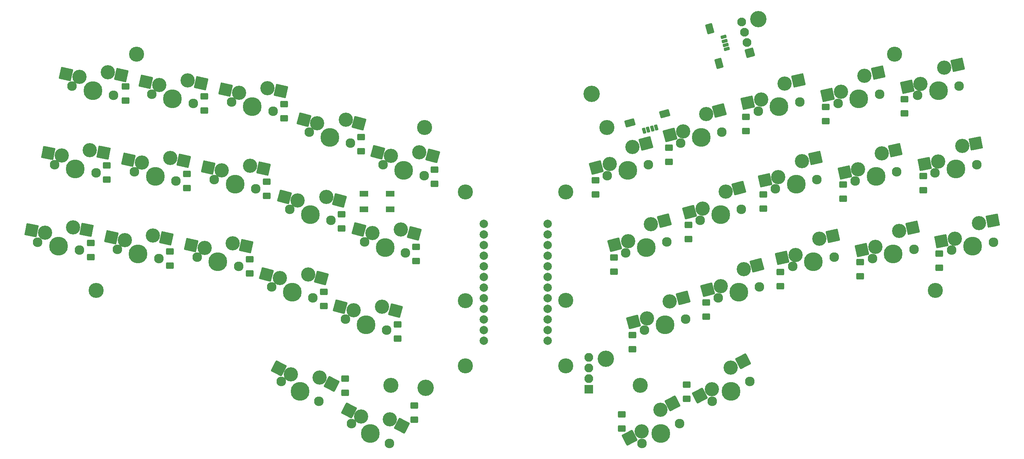
<source format=gbr>
G04 #@! TF.GenerationSoftware,KiCad,Pcbnew,8.0.2-1*
G04 #@! TF.CreationDate,2024-09-10T00:57:15+08:00*
G04 #@! TF.ProjectId,34_monosplit,33345f6d-6f6e-46f7-9370-6c69742e6b69,rev?*
G04 #@! TF.SameCoordinates,Original*
G04 #@! TF.FileFunction,Soldermask,Bot*
G04 #@! TF.FilePolarity,Negative*
%FSLAX46Y46*%
G04 Gerber Fmt 4.6, Leading zero omitted, Abs format (unit mm)*
G04 Created by KiCad (PCBNEW 8.0.2-1) date 2024-09-10 00:57:15*
%MOMM*%
%LPD*%
G01*
G04 APERTURE LIST*
G04 Aperture macros list*
%AMRoundRect*
0 Rectangle with rounded corners*
0 $1 Rounding radius*
0 $2 $3 $4 $5 $6 $7 $8 $9 X,Y pos of 4 corners*
0 Add a 4 corners polygon primitive as box body*
4,1,4,$2,$3,$4,$5,$6,$7,$8,$9,$2,$3,0*
0 Add four circle primitives for the rounded corners*
1,1,$1+$1,$2,$3*
1,1,$1+$1,$4,$5*
1,1,$1+$1,$6,$7*
1,1,$1+$1,$8,$9*
0 Add four rect primitives between the rounded corners*
20,1,$1+$1,$2,$3,$4,$5,0*
20,1,$1+$1,$4,$5,$6,$7,0*
20,1,$1+$1,$6,$7,$8,$9,0*
20,1,$1+$1,$8,$9,$2,$3,0*%
%AMHorizOval*
0 Thick line with rounded ends*
0 $1 width*
0 $2 $3 position (X,Y) of the first rounded end (center of the circle)*
0 $4 $5 position (X,Y) of the second rounded end (center of the circle)*
0 Add line between two ends*
20,1,$1,$2,$3,$4,$5,0*
0 Add two circle primitives to create the rounded ends*
1,1,$1,$2,$3*
1,1,$1,$4,$5*%
G04 Aperture macros list end*
%ADD10C,2.300000*%
%ADD11C,3.400000*%
%ADD12C,4.500000*%
%ADD13RoundRect,0.200000X1.708125X0.520034X-0.553753X1.697493X-1.708125X-0.520034X0.553753X-1.697493X0*%
%ADD14C,3.900000*%
%ADD15RoundRect,0.200000X1.013063X1.470315X-1.490086X0.983753X-1.013063X-1.470315X1.490086X-0.983753X0*%
%ADD16RoundRect,0.200000X0.908032X1.537402X-1.555079X0.877413X-0.908032X-1.537402X1.555079X-0.877413X0*%
%ADD17RoundRect,0.200000X0.850000X0.850000X-0.850000X0.850000X-0.850000X-0.850000X0.850000X-0.850000X0*%
%ADD18O,2.100000X2.100000*%
%ADD19RoundRect,0.200000X1.555079X0.877413X-0.908032X1.537402X-1.555079X-0.877413X0.908032X-1.537402X0*%
%ADD20RoundRect,0.200000X1.515327X0.944410X-0.974228X1.496331X-1.515327X-0.944410X0.974228X-1.496331X0*%
%ADD21C,3.600000*%
%ADD22RoundRect,0.200000X0.601041X1.041033X-1.041033X0.601041X-0.601041X-1.041033X1.041033X-0.601041X0*%
%ADD23HorizOval,2.100000X0.000000X0.000000X0.000000X0.000000X0*%
%ADD24RoundRect,0.200000X0.974228X1.496331X-1.515327X0.944410X-0.974228X-1.496331X1.515327X-0.944410X0*%
%ADD25RoundRect,0.200000X0.553753X1.697493X-1.708125X0.520034X-0.553753X-1.697493X1.708125X-0.520034X0*%
%ADD26RoundRect,0.200000X1.490086X0.983753X-1.013063X1.470315X-1.490086X-0.983753X1.013063X-1.470315X0*%
%ADD27RoundRect,0.200000X-0.700000X0.600000X-0.700000X-0.600000X0.700000X-0.600000X0.700000X0.600000X0*%
%ADD28C,2.000000*%
%ADD29RoundRect,0.200000X-0.063776X-0.534727X0.322595X-0.431199X0.063776X0.534727X-0.322595X0.431199X0*%
%ADD30RoundRect,0.200000X-0.797693X-0.886671X1.134158X-0.369033X0.797693X0.886671X-1.134158X0.369033X0*%
%ADD31RoundRect,0.200000X0.534727X-0.063776X0.431199X0.322595X-0.534727X0.063776X-0.431199X-0.322595X0*%
%ADD32RoundRect,0.200000X0.886671X-0.797693X0.369033X1.134158X-0.886671X0.797693X-0.369033X-1.134158X0*%
%ADD33RoundRect,0.200000X0.700000X-0.600000X0.700000X0.600000X-0.700000X0.600000X-0.700000X-0.600000X0*%
%ADD34RoundRect,0.200000X0.850000X0.500000X-0.850000X0.500000X-0.850000X-0.500000X0.850000X-0.500000X0*%
G04 APERTURE END LIST*
D10*
X110840790Y-119575098D03*
D11*
X113140138Y-117908511D03*
D12*
X115346806Y-121920781D03*
D11*
X119945496Y-118587608D03*
D10*
X119852822Y-124266464D03*
D13*
X110235176Y-116396284D03*
X122874407Y-120112302D03*
D14*
X168177024Y-40737246D03*
D10*
X250105500Y-59652282D03*
D11*
X250867513Y-56916622D03*
D12*
X255092167Y-58682972D03*
D11*
X256616192Y-53211651D03*
D10*
X260078834Y-57713662D03*
D15*
X247652682Y-57541521D03*
X259857524Y-52581599D03*
D10*
X198386206Y-89487894D03*
D11*
X198955533Y-86705742D03*
D12*
X203293110Y-88173093D03*
D11*
X204431762Y-82608789D03*
D10*
X208200014Y-86858292D03*
D16*
X195792123Y-87553374D03*
X207621248Y-81754168D03*
D10*
X171852983Y-60301221D03*
D11*
X172422310Y-57519069D03*
D12*
X176759887Y-58986420D03*
D11*
X177898539Y-53422116D03*
D10*
X181666791Y-57671619D03*
D16*
X169258900Y-58366701D03*
X181088025Y-52567495D03*
D17*
X167499477Y-111349000D03*
D18*
X167499476Y-108808999D03*
X167499478Y-106269000D03*
X167499477Y-103729000D03*
D10*
X113921495Y-76141882D03*
D11*
X115805623Y-74017131D03*
D12*
X118828399Y-77456683D03*
D11*
X122596655Y-73207180D03*
D10*
X123735303Y-78771484D03*
D19*
X112642213Y-73169497D03*
X125786139Y-74061800D03*
D10*
X78065265Y-61226308D03*
D11*
X79854918Y-59021393D03*
D12*
X83024850Y-62325820D03*
D11*
X86604160Y-57915991D03*
D10*
X87984435Y-63425332D03*
D20*
X76657549Y-58312551D03*
X89827886Y-58630676D03*
D21*
X138000124Y-90162334D03*
X128250066Y-48815518D03*
D10*
X109419831Y-94597967D03*
D11*
X111303959Y-92473216D03*
D12*
X114326735Y-95912768D03*
D11*
X118094991Y-91663265D03*
D10*
X119233639Y-97227569D03*
D19*
X108140549Y-91625582D03*
X121284475Y-92517885D03*
D21*
X120249066Y-110410518D03*
D22*
X205925334Y-30933199D03*
D23*
X205267932Y-28479747D03*
X204610534Y-26026296D03*
X203953133Y-23572844D03*
D10*
X189428678Y-52485419D03*
D11*
X189998005Y-49703267D03*
D12*
X194335582Y-51170618D03*
D11*
X195474234Y-45606314D03*
D10*
X199242486Y-49855817D03*
D16*
X186834595Y-50550899D03*
X198663720Y-44751693D03*
D10*
X91799986Y-86858292D03*
D11*
X93684114Y-84733541D03*
D12*
X96706890Y-88173093D03*
D11*
X100475146Y-83923590D03*
D10*
X101613794Y-89487894D03*
D19*
X90520704Y-83885907D03*
X103664630Y-84778210D03*
D10*
X226950235Y-43009748D03*
D11*
X227640375Y-40255079D03*
D12*
X231909820Y-41910236D03*
D11*
X233290102Y-36400892D03*
D10*
X236869405Y-40810724D03*
D24*
X224443005Y-40963917D03*
X236513829Y-35686211D03*
D10*
X180147178Y-124266464D03*
D11*
X180100842Y-121427035D03*
D12*
X184653194Y-121920781D03*
D11*
X184560519Y-116241925D03*
D10*
X189159210Y-119575098D03*
D25*
X177195880Y-122939262D03*
X187489429Y-114717230D03*
D10*
X212015565Y-63425332D03*
D11*
X212705705Y-60670663D03*
D12*
X216975150Y-62325820D03*
D11*
X218355432Y-56816476D03*
D10*
X221934735Y-61226308D03*
D24*
X209508335Y-61379501D03*
X221579159Y-56101795D03*
D10*
X180766361Y-97227569D03*
D11*
X181335688Y-94445417D03*
D12*
X185673265Y-95912768D03*
D11*
X186811917Y-90348464D03*
D10*
X190580169Y-94597967D03*
D16*
X178172278Y-95293049D03*
X190001403Y-89493843D03*
D10*
X82177609Y-42676724D03*
D11*
X83967262Y-40471809D03*
D12*
X87137194Y-43776236D03*
D11*
X90716504Y-39366407D03*
D10*
X92096779Y-44875748D03*
D20*
X80769893Y-39762967D03*
X93940230Y-40081092D03*
D21*
X161999961Y-90135622D03*
D10*
X235174767Y-80108215D03*
D11*
X235864907Y-77353546D03*
D12*
X240134352Y-79008703D03*
D11*
X241514634Y-73499359D03*
D10*
X245093937Y-77909191D03*
D24*
X232667537Y-78062384D03*
X244738361Y-72784678D03*
D21*
X179750934Y-110410518D03*
D10*
X39921166Y-57713662D03*
D11*
X41652488Y-55462658D03*
D12*
X44907833Y-58682972D03*
D11*
X48370477Y-54180961D03*
D10*
X49894500Y-59652282D03*
D26*
X38437658Y-54837757D03*
X51611810Y-54811012D03*
D10*
X245976671Y-41083030D03*
D11*
X246666812Y-38328362D03*
D12*
X250936256Y-39983518D03*
D11*
X252316537Y-34474177D03*
D10*
X255895841Y-38884006D03*
D24*
X243469440Y-39037201D03*
X255540264Y-33759493D03*
D21*
X49838167Y-87750857D03*
D10*
X118333209Y-57671619D03*
D11*
X120217337Y-55546868D03*
D12*
X123240113Y-58986420D03*
D11*
X127008369Y-54736917D03*
D10*
X128147017Y-60301221D03*
D19*
X117053927Y-54699234D03*
X130197853Y-55591537D03*
D10*
X35914606Y-76172924D03*
D11*
X37645928Y-73921920D03*
D12*
X40901273Y-77142234D03*
D11*
X44363917Y-72640223D03*
D10*
X45887940Y-78111544D03*
D26*
X34431098Y-73297019D03*
X47605250Y-73270274D03*
D10*
X216127961Y-81975152D03*
D11*
X216818101Y-79220483D03*
D12*
X221087546Y-80875640D03*
D11*
X222467828Y-75366296D03*
D10*
X226047131Y-79776128D03*
D24*
X213620731Y-79929321D03*
X225691555Y-74651615D03*
D21*
X171749934Y-48815518D03*
D10*
X100757514Y-49855817D03*
D11*
X102641642Y-47731066D03*
D12*
X105664418Y-51170618D03*
D11*
X109432674Y-46921115D03*
D10*
X110571322Y-52485419D03*
D19*
X99478232Y-46883432D03*
X112622158Y-47775735D03*
D21*
X162000000Y-105784610D03*
D10*
X207903221Y-44875748D03*
D11*
X208593361Y-42121079D03*
D12*
X212862806Y-43776236D03*
D11*
X214243088Y-38266892D03*
D10*
X217822391Y-42676724D03*
D24*
X205395991Y-42829917D03*
X217466815Y-37552211D03*
D14*
X207900099Y-22846548D03*
D10*
X231062500Y-61558983D03*
D11*
X231752640Y-58804314D03*
D12*
X236022085Y-60459471D03*
D11*
X237402367Y-54950127D03*
D10*
X240981670Y-59359959D03*
D24*
X228555270Y-59513152D03*
X240626094Y-54235446D03*
D10*
X196924132Y-114193677D03*
D11*
X196877795Y-111354248D03*
D12*
X201430147Y-111847994D03*
D11*
X201337472Y-106169138D03*
D10*
X205936162Y-109502311D03*
D25*
X193972834Y-112866474D03*
X204266381Y-104644444D03*
D10*
X194084176Y-70966480D03*
D11*
X194653503Y-68184328D03*
D12*
X198991080Y-69651679D03*
D11*
X200129732Y-64087375D03*
D10*
X203897984Y-68336878D03*
D16*
X191490093Y-69031960D03*
X203319218Y-63232754D03*
D21*
X250161833Y-87750857D03*
X162000000Y-64215390D03*
D14*
X128499936Y-111049001D03*
D10*
X63130595Y-40810724D03*
D11*
X64920248Y-38605809D03*
D12*
X68090180Y-41910236D03*
D11*
X71669490Y-37500407D03*
D10*
X73049765Y-43009748D03*
D20*
X61722879Y-37896967D03*
X74893216Y-38215092D03*
D10*
X54906063Y-77909191D03*
D11*
X56695716Y-75704276D03*
D12*
X59865648Y-79008703D03*
D11*
X63444958Y-74598874D03*
D10*
X64825233Y-80108215D03*
D20*
X53498347Y-74995434D03*
X66668684Y-75313559D03*
D10*
X44104160Y-38884003D03*
D11*
X45893813Y-36679092D03*
D12*
X49063744Y-39983518D03*
D11*
X52643052Y-35573691D03*
D10*
X54023328Y-41083033D03*
D20*
X42696441Y-35970251D03*
X55866779Y-36288374D03*
D14*
X171499933Y-104049002D03*
D10*
X73952869Y-79776128D03*
D11*
X75742522Y-77571213D03*
D12*
X78912454Y-80875640D03*
D11*
X82491764Y-76465811D03*
D10*
X83872039Y-81975152D03*
D20*
X72545153Y-76862371D03*
X85715490Y-77180496D03*
D21*
X59525928Y-31292947D03*
D10*
X96102016Y-68336878D03*
D11*
X97986144Y-66212127D03*
D12*
X101008920Y-69651679D03*
D11*
X104777176Y-65402176D03*
D10*
X105915824Y-70966480D03*
D19*
X94822734Y-65364493D03*
X107966660Y-66256796D03*
D21*
X138000000Y-105758370D03*
D10*
X94063838Y-109502311D03*
D11*
X96363185Y-107835724D03*
D12*
X98569853Y-111847994D03*
D11*
X103168543Y-108514821D03*
D10*
X103075868Y-114193677D03*
D13*
X93458224Y-106323497D03*
X106097453Y-110039514D03*
D10*
X254112060Y-78111544D03*
D11*
X254874073Y-75375884D03*
D12*
X259098727Y-77142234D03*
D11*
X260622752Y-71670913D03*
D10*
X264085394Y-76172924D03*
D15*
X251659242Y-76000783D03*
X263864084Y-71040861D03*
D10*
X176264697Y-78771484D03*
D11*
X176834024Y-75989332D03*
D12*
X181171601Y-77456683D03*
D11*
X182310253Y-71892379D03*
D10*
X186078505Y-76141882D03*
D16*
X173670614Y-76836964D03*
X185499739Y-71037758D03*
D21*
X138000000Y-64189150D03*
X240474072Y-31292947D03*
D10*
X59018330Y-59359959D03*
D11*
X60807983Y-57155044D03*
D12*
X63977915Y-60459471D03*
D11*
X67557225Y-56049642D03*
D10*
X68937500Y-61558983D03*
D20*
X57610614Y-56446202D03*
X70780951Y-56764327D03*
D27*
X108430433Y-69505772D03*
X108430433Y-72905772D03*
X75667270Y-41308792D03*
X75667270Y-44708792D03*
D28*
X157610004Y-71816800D03*
X157610004Y-74356800D03*
X157610004Y-76896800D03*
X157610004Y-79436800D03*
X157610004Y-81976800D03*
X157610004Y-84516800D03*
X157610003Y-87056800D03*
X157610004Y-89596800D03*
X157610004Y-92136800D03*
X157610004Y-94676800D03*
X157610004Y-97216800D03*
X157610004Y-99756800D03*
X142370004Y-99756800D03*
X142370004Y-97216800D03*
X142370004Y-94676800D03*
X142370004Y-92136800D03*
X142370004Y-89596800D03*
X142370004Y-87056800D03*
X142370004Y-84516800D03*
X142370004Y-81976800D03*
X142370004Y-79436800D03*
X142370004Y-76896800D03*
X142370004Y-74356800D03*
X142370004Y-71816800D03*
D29*
X180667037Y-49563621D03*
X181632963Y-49304802D03*
X182598888Y-49045983D03*
X183564814Y-48787164D03*
D30*
X177263633Y-47680315D03*
X185570595Y-45454471D03*
D31*
X200437036Y-30022649D03*
X200178217Y-29056724D03*
X199919398Y-28090799D03*
X199660579Y-27124872D03*
D32*
X198553730Y-33426053D03*
X196327886Y-25119091D03*
D27*
X113081732Y-51028840D03*
X113081732Y-54428840D03*
D33*
X186627819Y-56972310D03*
X186627819Y-53572310D03*
D27*
X71560808Y-59870744D03*
X71560808Y-63270744D03*
D34*
X120083000Y-64577800D03*
X113783000Y-64577800D03*
X120083002Y-68377800D03*
X113783002Y-68377800D03*
D27*
X242797151Y-41986670D03*
X242797151Y-45386670D03*
D33*
X130661022Y-62254690D03*
X130661022Y-58854690D03*
D27*
X209100979Y-64768800D03*
X209100979Y-68168800D03*
X173446069Y-79864013D03*
X173446069Y-83264013D03*
D33*
X126263482Y-80720543D03*
X126263482Y-77320543D03*
X56861600Y-42365600D03*
X56861600Y-38965600D03*
X121860257Y-99243639D03*
X121860257Y-95843639D03*
D27*
X177849294Y-98387109D03*
X177849294Y-101787109D03*
X169048529Y-61398160D03*
X169048529Y-64798160D03*
D33*
X90608572Y-65133101D03*
X90608572Y-61733101D03*
D27*
X104255999Y-88028229D03*
X104255999Y-91428229D03*
X247305698Y-60385509D03*
X247305698Y-63785509D03*
X204969079Y-46232126D03*
X204969079Y-49632126D03*
D33*
X125797201Y-118610000D03*
X125797199Y-115210000D03*
X232271726Y-84350499D03*
X232271726Y-80950499D03*
D27*
X251146986Y-78927509D03*
X251146986Y-82327509D03*
D33*
X190819670Y-113674309D03*
X190819668Y-110274309D03*
X48562565Y-79784039D03*
X48562565Y-76384039D03*
X191279118Y-75449242D03*
X191279118Y-72049242D03*
X94740472Y-46596427D03*
X94740472Y-43196427D03*
X228148743Y-65814214D03*
X228148743Y-62414214D03*
D27*
X213223920Y-83306048D03*
X213223920Y-86706048D03*
D33*
X52403853Y-61242039D03*
X52403853Y-57842039D03*
X195453552Y-93971699D03*
X195453552Y-90571699D03*
D27*
X175325668Y-117386309D03*
X175325670Y-120786309D03*
X109287199Y-108812400D03*
X109287201Y-112212400D03*
X67437825Y-78407029D03*
X67437825Y-81807029D03*
D33*
X86485631Y-83670349D03*
X86485631Y-80270349D03*
X224042281Y-47252262D03*
X224042281Y-43852262D03*
M02*

</source>
